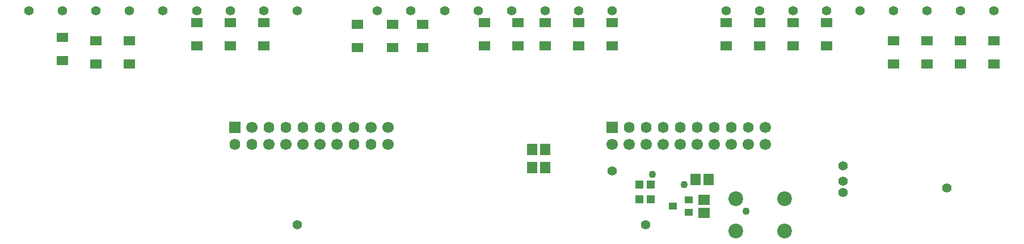
<source format=gbs>
%FSLAX42Y42*%
%MOMM*%
G71*
G01*
G75*
%ADD10C,0.30*%
%ADD11R,0.50X2.80*%
%ADD12R,2.10X1.30*%
%ADD13R,1.80X1.60*%
%ADD14C,0.40*%
%ADD15C,0.60*%
%ADD16C,0.50*%
%ADD17C,0.25*%
%ADD18C,2.00*%
%ADD19R,1.50X1.50*%
%ADD20O,1.40X1.50*%
%ADD21C,1.50*%
%ADD22C,1.40*%
%ADD23C,1.20*%
%ADD24C,0.90*%
%ADD25R,1.60X1.25*%
%ADD26R,1.10X1.00*%
%ADD27R,1.30X1.50*%
%ADD28R,1.00X0.85*%
%ADD29R,1.50X1.30*%
%ADD30R,1.00X0.50*%
%ADD31R,1.50X0.25*%
%ADD32C,0.80*%
%ADD33C,0.20*%
%ADD34R,0.70X3.00*%
%ADD35R,2.30X1.50*%
%ADD36R,2.00X1.80*%
%ADD37C,2.20*%
%ADD38R,1.70X1.70*%
%ADD39O,1.60X1.70*%
%ADD40C,1.70*%
%ADD41C,1.60*%
%ADD42C,1.40*%
%ADD43C,1.10*%
%ADD44R,1.80X1.45*%
%ADD45R,1.30X1.20*%
%ADD46R,1.50X1.70*%
%ADD47R,1.20X1.05*%
%ADD48R,1.70X1.50*%
D37*
X11775Y-3895D02*
D03*
X11045D02*
D03*
X11775Y-3415D02*
D03*
X11045D02*
D03*
D38*
X3575Y-2350D02*
D03*
X9200D02*
D03*
D39*
X3575Y-2604D02*
D03*
X3829D02*
D03*
X4083Y-2350D02*
D03*
X4337D02*
D03*
X4591D02*
D03*
X4845D02*
D03*
X5099D02*
D03*
X5353D02*
D03*
Y-2604D02*
D03*
X5607D02*
D03*
X9454Y-2350D02*
D03*
X9708D02*
D03*
X9962D02*
D03*
X10216D02*
D03*
X10470D02*
D03*
X10724D02*
D03*
X10978D02*
D03*
D40*
X3829D02*
D03*
X4083Y-2604D02*
D03*
X4337D02*
D03*
X4591D02*
D03*
X4845D02*
D03*
X5099D02*
D03*
X5607Y-2350D02*
D03*
X5861D02*
D03*
Y-2604D02*
D03*
X9200D02*
D03*
X9454D02*
D03*
X9708D02*
D03*
X9962D02*
D03*
X10216D02*
D03*
X10470D02*
D03*
X10724D02*
D03*
X10978D02*
D03*
X11232D02*
D03*
X11486Y-2350D02*
D03*
Y-2604D02*
D03*
D41*
X11232Y-2350D02*
D03*
D42*
X4500Y-600D02*
D03*
X9700Y-3800D02*
D03*
X1500Y-600D02*
D03*
X2000D02*
D03*
X2500D02*
D03*
X3000D02*
D03*
X3500D02*
D03*
X4000D02*
D03*
X5700D02*
D03*
X6200D02*
D03*
X6700D02*
D03*
X7200D02*
D03*
X7700D02*
D03*
X8200D02*
D03*
X8700D02*
D03*
X9200D02*
D03*
X10900D02*
D03*
X11400D02*
D03*
X11900D02*
D03*
X12400D02*
D03*
X12900D02*
D03*
X13400D02*
D03*
X13900D02*
D03*
X14400D02*
D03*
X500D02*
D03*
X14200Y-3250D02*
D03*
X12650Y-2925D02*
D03*
X12650Y-3325D02*
D03*
Y-3150D02*
D03*
X14900Y-600D02*
D03*
X1000D02*
D03*
X4500Y-3800D02*
D03*
X9200Y-3000D02*
D03*
D43*
X11200Y-3600D02*
D03*
X10275Y-3200D02*
D03*
X9800Y-3050D02*
D03*
D44*
X1500Y-1055D02*
D03*
Y-1400D02*
D03*
X2000Y-1055D02*
D03*
Y-1400D02*
D03*
X3000Y-780D02*
D03*
Y-1125D02*
D03*
X3500Y-780D02*
D03*
Y-1125D02*
D03*
X4000Y-780D02*
D03*
Y-1125D02*
D03*
X5400Y-805D02*
D03*
Y-1150D02*
D03*
X5925Y-805D02*
D03*
Y-1150D02*
D03*
X6375Y-805D02*
D03*
Y-1150D02*
D03*
X7300Y-780D02*
D03*
Y-1125D02*
D03*
X7800Y-780D02*
D03*
Y-1125D02*
D03*
X8200Y-780D02*
D03*
Y-1125D02*
D03*
X8700Y-780D02*
D03*
Y-1125D02*
D03*
X9200Y-780D02*
D03*
Y-1125D02*
D03*
X10900Y-780D02*
D03*
Y-1125D02*
D03*
X11400Y-780D02*
D03*
Y-1125D02*
D03*
X11900Y-780D02*
D03*
Y-1125D02*
D03*
X12400Y-780D02*
D03*
Y-1125D02*
D03*
X13400Y-1055D02*
D03*
Y-1400D02*
D03*
X13900Y-1055D02*
D03*
Y-1400D02*
D03*
X14400Y-1055D02*
D03*
Y-1400D02*
D03*
X14900Y-1055D02*
D03*
Y-1400D02*
D03*
X1000Y-1350D02*
D03*
Y-1005D02*
D03*
D45*
X9775Y-3200D02*
D03*
X9605D02*
D03*
X9775Y-3425D02*
D03*
X9605D02*
D03*
D46*
X10640Y-3125D02*
D03*
X10450D02*
D03*
X8010Y-2950D02*
D03*
X8200D02*
D03*
X8010Y-2675D02*
D03*
X8200D02*
D03*
D47*
X10105Y-3525D02*
D03*
X10345Y-3620D02*
D03*
Y-3430D02*
D03*
D48*
X10575Y-3435D02*
D03*
Y-3625D02*
D03*
M02*

</source>
